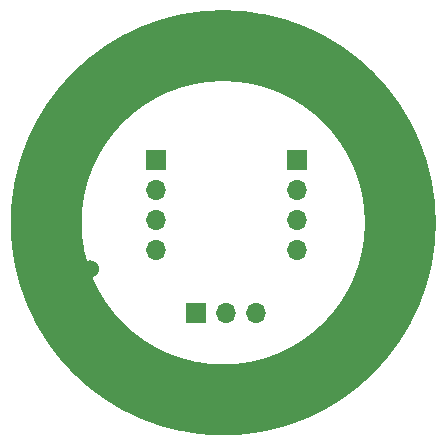
<source format=gbr>
%TF.GenerationSoftware,KiCad,Pcbnew,7.0.8*%
%TF.CreationDate,2024-09-29T17:39:07-05:00*%
%TF.ProjectId,CapacitiveLedFadeTiny,43617061-6369-4746-9976-654c65644661,rev?*%
%TF.SameCoordinates,Original*%
%TF.FileFunction,Soldermask,Bot*%
%TF.FilePolarity,Negative*%
%FSLAX46Y46*%
G04 Gerber Fmt 4.6, Leading zero omitted, Abs format (unit mm)*
G04 Created by KiCad (PCBNEW 7.0.8) date 2024-09-29 17:39:07*
%MOMM*%
%LPD*%
G01*
G04 APERTURE LIST*
%ADD10C,6.000000*%
%ADD11C,1.524000*%
%ADD12R,1.700000X1.700000*%
%ADD13O,1.700000X1.700000*%
G04 APERTURE END LIST*
D10*
%TO.C,J4*%
X144032000Y-96520000D02*
G75*
G03*
X144032000Y-96520000I-15000000J0D01*
G01*
%TD*%
D11*
%TO.C,J4*%
X117733309Y-100415307D03*
%TD*%
D12*
%TO.C,+*%
X126746000Y-104140000D03*
D13*
X129286000Y-104140000D03*
X131826000Y-104140000D03*
%TD*%
D12*
%TO.C,+*%
X135255000Y-91186000D03*
D13*
X135255000Y-93726000D03*
X135255000Y-96266000D03*
X135255000Y-98806000D03*
%TD*%
D12*
%TO.C,+*%
X123317000Y-91186000D03*
D13*
X123317000Y-93726000D03*
X123317000Y-96266000D03*
X123317000Y-98806000D03*
%TD*%
M02*

</source>
